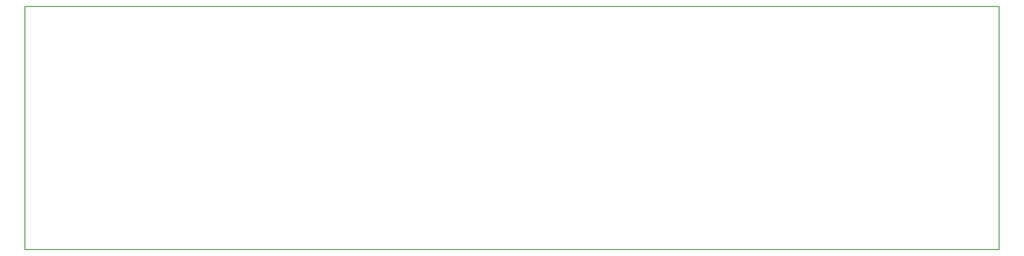
<source format=gbr>
G04 #@! TF.GenerationSoftware,KiCad,Pcbnew,(5.0.1-3-g963ef8bb5)*
G04 #@! TF.CreationDate,2019-06-17T09:36:16+02:00*
G04 #@! TF.ProjectId,cz19-badge,637A31392D62616467652E6B69636164,rev?*
G04 #@! TF.SameCoordinates,Original*
G04 #@! TF.FileFunction,Profile,NP*
%FSLAX46Y46*%
G04 Gerber Fmt 4.6, Leading zero omitted, Abs format (unit mm)*
G04 Created by KiCad (PCBNEW (5.0.1-3-g963ef8bb5)) date 2019 June 17, Monday 09:36:16*
%MOMM*%
%LPD*%
G01*
G04 APERTURE LIST*
%ADD10C,0.150000*%
G04 APERTURE END LIST*
D10*
X53600000Y-117300000D02*
X245600000Y-117300000D01*
X245600000Y-69300000D02*
X245600000Y-117300000D01*
X53600000Y-69300000D02*
X53600000Y-117300000D01*
X53600000Y-69300000D02*
X245600000Y-69300000D01*
M02*

</source>
